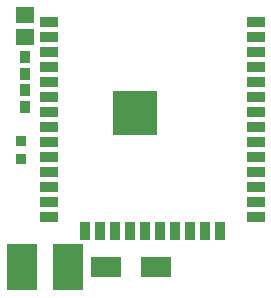
<source format=gtp>
G04*
G04 #@! TF.GenerationSoftware,Altium Limited,Altium Designer,21.5.1 (32)*
G04*
G04 Layer_Color=8421504*
%FSLAX44Y44*%
%MOMM*%
G71*
G04*
G04 #@! TF.SameCoordinates,B91B0A49-5265-4CE8-ADDE-7D571FFDE220*
G04*
G04*
G04 #@! TF.FilePolarity,Positive*
G04*
G01*
G75*
%ADD13R,3.7000X3.7000*%
%ADD14R,1.5000X0.9000*%
%ADD15R,0.9000X1.5000*%
%ADD16R,2.6000X4.0000*%
%ADD17R,2.5500X1.7500*%
%ADD18R,0.9000X0.9500*%
%ADD19R,1.5000X1.4500*%
%ADD20R,0.9500X1.0500*%
D13*
X212000Y152800D02*
D03*
D14*
X314500Y230000D02*
D03*
Y217300D02*
D03*
Y204600D02*
D03*
Y191900D02*
D03*
Y179200D02*
D03*
Y166500D02*
D03*
Y153800D02*
D03*
Y141100D02*
D03*
Y128400D02*
D03*
Y115700D02*
D03*
Y103000D02*
D03*
Y90300D02*
D03*
Y77600D02*
D03*
Y64900D02*
D03*
X139500D02*
D03*
Y77600D02*
D03*
Y90300D02*
D03*
Y103000D02*
D03*
Y115700D02*
D03*
Y128400D02*
D03*
Y141100D02*
D03*
Y153800D02*
D03*
Y166500D02*
D03*
Y179200D02*
D03*
Y191900D02*
D03*
Y204600D02*
D03*
Y217300D02*
D03*
Y230000D02*
D03*
D15*
X284150Y52400D02*
D03*
X271450D02*
D03*
X258750D02*
D03*
X246050D02*
D03*
X233350D02*
D03*
X220650D02*
D03*
X207950D02*
D03*
X195250D02*
D03*
X182550D02*
D03*
X169850D02*
D03*
D16*
X155500Y22000D02*
D03*
X116500D02*
D03*
D17*
X188000D02*
D03*
X230000D02*
D03*
D18*
X116000Y113250D02*
D03*
Y128750D02*
D03*
D19*
X119000Y235250D02*
D03*
Y216750D02*
D03*
D20*
Y157750D02*
D03*
Y172250D02*
D03*
Y200250D02*
D03*
Y185750D02*
D03*
M02*

</source>
